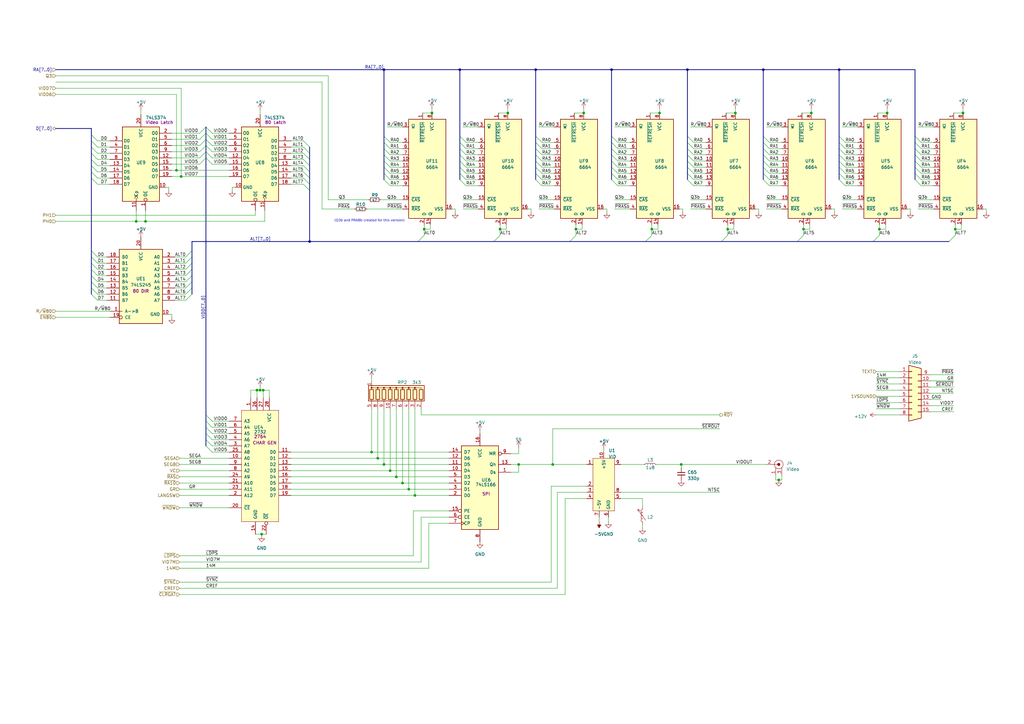
<source format=kicad_sch>
(kicad_sch (version 20230121) (generator eeschema)
  (paper "A3")
  (title_block (title "Video And Aux RAM") (rev "1") (company "bald.ee/bitpreserve") (comment 1 "Apple IIc"))
  (junction (at 165.1 198.12))
  (junction (at 157.48 190.5))
  (junction (at 160.02 193.04))
  (junction (at 157.48 28.575))
  (junction (at 188.595 28.575))
  (junction (at 363.855 46.355))
  (junction (at 107.315 219.075))
  (junction (at 250.825 28.575))
  (junction (at 154.94 187.96))
  (junction (at 127 99.06))
  (junction (at 267.335 93.98))
  (junction (at 298.45 93.98))
  (junction (at 107.95 160.02))
  (junction (at 279.4 190.5))
  (junction (at 236.22 93.98))
  (junction (at 72.39 69.85))
  (junction (at 313.055 28.575))
  (junction (at 59.69 90.805))
  (junction (at 74.295 72.39))
  (junction (at 391.795 93.98))
  (junction (at 170.18 203.2))
  (junction (at 152.4 185.42))
  (junction (at 162.56 195.58))
  (junction (at 212.725 190.5))
  (junction (at 167.64 200.66))
  (junction (at 226.695 190.5))
  (junction (at 281.94 28.575))
  (junction (at 105.41 160.02))
  (junction (at 208.28 46.355))
  (junction (at 219.71 28.575))
  (junction (at 394.97 46.355))
  (junction (at 270.51 46.355))
  (junction (at 319.405 196.85))
  (junction (at 329.565 93.98))
  (junction (at 301.625 46.355))
  (junction (at 205.105 93.98))
  (junction (at 106.68 160.02))
  (junction (at 360.68 93.98))
  (junction (at 55.88 90.805))
  (junction (at 239.395 46.355))
  (junction (at 173.99 93.98))
  (junction (at 344.17 28.575))
  (junction (at 177.165 46.355))
  (junction (at 332.74 46.355))
  (bus_entry (at 250.825 68.58) (size 2.54 2.54))
  (bus_entry (at 344.17 71.12) (size 2.54 2.54))
  (bus_entry (at 124.46 62.865) (size 2.54 2.54))
  (bus_entry (at 219.71 55.88) (size 2.54 2.54))
  (bus_entry (at 37.465 57.785) (size 2.54 2.54))
  (bus_entry (at 281.94 71.12) (size 2.54 2.54))
  (bus_entry (at 188.595 60.96) (size 2.54 2.54))
  (bus_entry (at 344.17 68.58) (size 2.54 2.54))
  (bus_entry (at 188.595 71.12) (size 2.54 2.54))
  (bus_entry (at 37.465 105.41) (size 2.54 2.54))
  (bus_entry (at 84.455 177.8) (size 2.54 2.54))
  (bus_entry (at 313.055 71.12) (size 2.54 2.54))
  (bus_entry (at 250.825 60.96) (size 2.54 2.54))
  (bus_entry (at 250.825 58.42) (size 2.54 2.54))
  (bus_entry (at 375.285 58.42) (size 2.54 2.54))
  (bus_entry (at 157.48 60.96) (size 2.54 2.54))
  (bus_entry (at 37.465 115.57) (size 2.54 2.54))
  (bus_entry (at 219.71 63.5) (size 2.54 2.54))
  (bus_entry (at 188.595 63.5) (size 2.54 2.54))
  (bus_entry (at 219.71 60.96) (size 2.54 2.54))
  (bus_entry (at 157.48 66.04) (size 2.54 2.54))
  (bus_entry (at 37.465 118.11) (size 2.54 2.54))
  (bus_entry (at 313.055 63.5) (size 2.54 2.54))
  (bus_entry (at 81.915 62.23) (size 2.54 -2.54))
  (bus_entry (at 37.465 102.87) (size 2.54 2.54))
  (bus_entry (at 157.48 73.66) (size 2.54 2.54))
  (bus_entry (at 157.48 55.88) (size 2.54 2.54))
  (bus_entry (at 37.465 62.865) (size 2.54 2.54))
  (bus_entry (at 37.465 70.485) (size 2.54 2.54))
  (bus_entry (at 188.595 66.04) (size 2.54 2.54))
  (bus_entry (at 124.46 57.785) (size 2.54 2.54))
  (bus_entry (at 358.14 99.06) (size 2.54 -2.54))
  (bus_entry (at 84.455 59.69) (size 2.54 2.54))
  (bus_entry (at 389.255 99.06) (size 2.54 -2.54))
  (bus_entry (at 188.595 68.58) (size 2.54 2.54))
  (bus_entry (at 76.2 123.19) (size 2.54 -2.54))
  (bus_entry (at 84.455 172.72) (size 2.54 2.54))
  (bus_entry (at 124.46 67.945) (size 2.54 2.54))
  (bus_entry (at 313.055 58.42) (size 2.54 2.54))
  (bus_entry (at 157.48 71.12) (size 2.54 2.54))
  (bus_entry (at 84.455 175.26) (size 2.54 2.54))
  (bus_entry (at 37.465 107.95) (size 2.54 2.54))
  (bus_entry (at 281.94 68.58) (size 2.54 2.54))
  (bus_entry (at 81.915 54.61) (size 2.54 -2.54))
  (bus_entry (at 250.825 66.04) (size 2.54 2.54))
  (bus_entry (at 37.465 113.03) (size 2.54 2.54))
  (bus_entry (at 313.055 55.88) (size 2.54 2.54))
  (bus_entry (at 375.285 71.12) (size 2.54 2.54))
  (bus_entry (at 76.2 107.95) (size 2.54 -2.54))
  (bus_entry (at 188.595 55.88) (size 2.54 2.54))
  (bus_entry (at 219.71 58.42) (size 2.54 2.54))
  (bus_entry (at 157.48 68.58) (size 2.54 2.54))
  (bus_entry (at 219.71 66.04) (size 2.54 2.54))
  (bus_entry (at 37.465 55.245) (size 2.54 2.54))
  (bus_entry (at 344.17 66.04) (size 2.54 2.54))
  (bus_entry (at 281.94 60.96) (size 2.54 2.54))
  (bus_entry (at 37.465 60.325) (size 2.54 2.54))
  (bus_entry (at 157.48 63.5) (size 2.54 2.54))
  (bus_entry (at 81.915 67.31) (size 2.54 -2.54))
  (bus_entry (at 76.2 120.65) (size 2.54 -2.54))
  (bus_entry (at 84.455 62.23) (size 2.54 2.54))
  (bus_entry (at 375.285 63.5) (size 2.54 2.54))
  (bus_entry (at 124.46 70.485) (size 2.54 2.54))
  (bus_entry (at 76.2 110.49) (size 2.54 -2.54))
  (bus_entry (at 37.465 67.945) (size 2.54 2.54))
  (bus_entry (at 327.025 99.06) (size 2.54 -2.54))
  (bus_entry (at 344.17 55.88) (size 2.54 2.54))
  (bus_entry (at 81.915 57.15) (size 2.54 -2.54))
  (bus_entry (at 250.825 63.5) (size 2.54 2.54))
  (bus_entry (at 219.71 68.58) (size 2.54 2.54))
  (bus_entry (at 37.465 65.405) (size 2.54 2.54))
  (bus_entry (at 84.455 180.34) (size 2.54 2.54))
  (bus_entry (at 171.45 99.06) (size 2.54 -2.54))
  (bus_entry (at 76.2 115.57) (size 2.54 -2.54))
  (bus_entry (at 76.2 105.41) (size 2.54 -2.54))
  (bus_entry (at 188.595 73.66) (size 2.54 2.54))
  (bus_entry (at 375.285 73.66) (size 2.54 2.54))
  (bus_entry (at 219.71 73.66) (size 2.54 2.54))
  (bus_entry (at 37.465 110.49) (size 2.54 2.54))
  (bus_entry (at 313.055 60.96) (size 2.54 2.54))
  (bus_entry (at 250.825 55.88) (size 2.54 2.54))
  (bus_entry (at 81.915 59.69) (size 2.54 -2.54))
  (bus_entry (at 157.48 58.42) (size 2.54 2.54))
  (bus_entry (at 124.46 65.405) (size 2.54 2.54))
  (bus_entry (at 37.465 120.65) (size 2.54 2.54))
  (bus_entry (at 84.455 170.18) (size 2.54 2.54))
  (bus_entry (at 250.825 71.12) (size 2.54 2.54))
  (bus_entry (at 250.825 73.66) (size 2.54 2.54))
  (bus_entry (at 344.17 58.42) (size 2.54 2.54))
  (bus_entry (at 375.285 60.96) (size 2.54 2.54))
  (bus_entry (at 344.17 63.5) (size 2.54 2.54))
  (bus_entry (at 295.91 99.06) (size 2.54 -2.54))
  (bus_entry (at 84.455 52.07) (size 2.54 2.54))
  (bus_entry (at 281.94 73.66) (size 2.54 2.54))
  (bus_entry (at 313.055 73.66) (size 2.54 2.54))
  (bus_entry (at 84.455 57.15) (size 2.54 2.54))
  (bus_entry (at 375.285 68.58) (size 2.54 2.54))
  (bus_entry (at 76.2 113.03) (size 2.54 -2.54))
  (bus_entry (at 76.2 118.11) (size 2.54 -2.54))
  (bus_entry (at 202.565 99.06) (size 2.54 -2.54))
  (bus_entry (at 81.915 64.77) (size 2.54 -2.54))
  (bus_entry (at 219.71 71.12) (size 2.54 2.54))
  (bus_entry (at 344.17 60.96) (size 2.54 2.54))
  (bus_entry (at 344.17 73.66) (size 2.54 2.54))
  (bus_entry (at 188.595 58.42) (size 2.54 2.54))
  (bus_entry (at 233.68 99.06) (size 2.54 -2.54))
  (bus_entry (at 124.46 60.325) (size 2.54 2.54))
  (bus_entry (at 313.055 66.04) (size 2.54 2.54))
  (bus_entry (at 86.995 185.42) (size -2.54 -2.54))
  (bus_entry (at 264.795 99.06) (size 2.54 -2.54))
  (bus_entry (at 375.285 66.04) (size 2.54 2.54))
  (bus_entry (at 375.285 55.88) (size 2.54 2.54))
  (bus_entry (at 281.94 55.88) (size 2.54 2.54))
  (bus_entry (at 124.46 75.565) (size 2.54 2.54))
  (bus_entry (at 281.94 58.42) (size 2.54 2.54))
  (bus_entry (at 84.455 54.61) (size 2.54 2.54))
  (bus_entry (at 124.46 73.025) (size 2.54 2.54))
  (bus_entry (at 86.995 67.31) (size -2.54 -2.54))
  (bus_entry (at 281.94 66.04) (size 2.54 2.54))
  (bus_entry (at 313.055 68.58) (size 2.54 2.54))
  (bus_entry (at 281.94 63.5) (size 2.54 2.54))
  (bus_entry (at 37.465 73.025) (size 2.54 2.54))
  (wire (pts (xy 314.325 85.725) (xy 320.675 85.725)))
  (wire (pts (xy 150.495 85.725) (xy 165.1 85.725)))
  (wire (pts (xy 359.41 157.48) (xy 368.935 157.48)))
  (bus (pts (xy 127 70.485) (xy 127 73.025)))
  (wire (pts (xy 169.545 209.55) (xy 169.545 227.965)))
  (bus (pts (xy 37.465 65.405) (xy 37.465 62.865)))
  (wire (pts (xy 311.15 85.725) (xy 311.15 86.995)))
  (wire (pts (xy 106.68 160.02) (xy 107.95 160.02)))
  (bus (pts (xy 78.74 105.41) (xy 78.74 107.95)))
  (bus (pts (xy 157.48 60.96) (xy 157.48 63.5)))
  (wire (pts (xy 315.595 63.5) (xy 320.675 63.5)))
  (bus (pts (xy 127 67.945) (xy 127 70.485)))
  (bus (pts (xy 344.17 28.575) (xy 375.285 28.575)))
  (wire (pts (xy 172.72 212.09) (xy 172.72 230.505)))
  (bus (pts (xy 157.48 63.5) (xy 157.48 66.04)))
  (wire (pts (xy 253.365 71.12) (xy 258.445 71.12)))
  (bus (pts (xy 313.055 71.12) (xy 313.055 73.66)))
  (wire (pts (xy 152.4 154.94) (xy 152.4 156.21)))
  (bus (pts (xy 22.86 28.575) (xy 157.48 28.575)))
  (wire (pts (xy 329.565 93.98) (xy 329.565 92.075)))
  (bus (pts (xy 281.94 55.88) (xy 281.94 58.42)))
  (wire (pts (xy 363.22 92.075) (xy 363.22 93.98)))
  (wire (pts (xy 22.86 90.805) (xy 55.88 90.805)))
  (wire (pts (xy 235.585 46.355) (xy 239.395 46.355)))
  (wire (pts (xy 191.135 71.12) (xy 196.215 71.12)))
  (bus (pts (xy 127 75.565) (xy 127 78.105)))
  (bus (pts (xy 344.17 66.04) (xy 344.17 68.58)))
  (wire (pts (xy 86.995 54.61) (xy 93.98 54.61)))
  (bus (pts (xy 281.94 28.575) (xy 281.94 55.88)))
  (bus (pts (xy 188.595 28.575) (xy 188.595 55.88)))
  (wire (pts (xy 363.22 93.98) (xy 360.68 93.98)))
  (wire (pts (xy 160.02 68.58) (xy 165.1 68.58)))
  (wire (pts (xy 280.035 85.725) (xy 280.035 86.995)))
  (bus (pts (xy 37.465 62.865) (xy 37.465 60.325)))
  (wire (pts (xy 222.25 66.04) (xy 227.33 66.04)))
  (wire (pts (xy 184.15 212.09) (xy 172.72 212.09)))
  (wire (pts (xy 67.945 76.835) (xy 69.215 76.835)))
  (bus (pts (xy 281.94 58.42) (xy 281.94 60.96)))
  (wire (pts (xy 104.775 86.36) (xy 104.775 88.265)))
  (wire (pts (xy 40.005 123.19) (xy 43.815 123.19)))
  (wire (pts (xy 70.485 128.905) (xy 70.485 130.175)))
  (wire (pts (xy 191.135 63.5) (xy 196.215 63.5)))
  (wire (pts (xy 71.755 118.11) (xy 76.2 118.11)))
  (bus (pts (xy 188.595 63.5) (xy 188.595 66.04)))
  (wire (pts (xy 40.005 70.485) (xy 45.085 70.485)))
  (wire (pts (xy 212.725 183.515) (xy 212.725 186.055)))
  (wire (pts (xy 284.48 60.96) (xy 289.56 60.96)))
  (wire (pts (xy 216.535 85.725) (xy 217.805 85.725)))
  (bus (pts (xy 264.795 99.06) (xy 295.91 99.06)))
  (wire (pts (xy 119.38 198.12) (xy 165.1 198.12)))
  (wire (pts (xy 40.005 107.95) (xy 43.815 107.95)))
  (bus (pts (xy 188.595 66.04) (xy 188.595 68.58)))
  (wire (pts (xy 73.66 227.965) (xy 169.545 227.965)))
  (wire (pts (xy 253.365 68.58) (xy 258.445 68.58)))
  (wire (pts (xy 186.69 85.725) (xy 186.69 86.995)))
  (bus (pts (xy 37.465 113.03) (xy 37.465 110.49)))
  (wire (pts (xy 208.28 44.45) (xy 208.28 46.355)))
  (wire (pts (xy 72.39 38.735) (xy 72.39 69.85)))
  (bus (pts (xy 375.285 66.04) (xy 375.285 68.58)))
  (wire (pts (xy 70.485 64.77) (xy 81.915 64.77)))
  (bus (pts (xy 84.455 172.72) (xy 84.455 175.26)))
  (wire (pts (xy 40.005 120.65) (xy 43.815 120.65)))
  (wire (pts (xy 184.15 209.55) (xy 169.545 209.55)))
  (bus (pts (xy 37.465 107.95) (xy 37.465 105.41)))
  (wire (pts (xy 314.325 81.915) (xy 320.675 81.915)))
  (bus (pts (xy 84.455 57.15) (xy 84.455 59.69)))
  (wire (pts (xy 209.55 190.5) (xy 212.725 190.5)))
  (bus (pts (xy 37.465 118.11) (xy 37.465 115.57)))
  (wire (pts (xy 252.095 52.07) (xy 258.445 52.07)))
  (wire (pts (xy 40.005 60.325) (xy 45.085 60.325)))
  (wire (pts (xy 373.38 85.725) (xy 373.38 86.995)))
  (bus (pts (xy 22.86 52.705) (xy 37.465 52.705)))
  (wire (pts (xy 160.02 66.04) (xy 165.1 66.04)))
  (bus (pts (xy 37.465 55.245) (xy 37.465 52.705)))
  (wire (pts (xy 252.095 85.725) (xy 258.445 85.725)))
  (wire (pts (xy 175.895 214.63) (xy 175.895 233.045)))
  (wire (pts (xy 22.86 127.635) (xy 45.085 127.635)))
  (wire (pts (xy 108.585 86.36) (xy 108.585 90.805)))
  (wire (pts (xy 254.635 204.47) (xy 263.525 204.47)))
  (wire (pts (xy 284.48 68.58) (xy 289.56 68.58)))
  (wire (pts (xy 346.71 58.42) (xy 351.79 58.42)))
  (bus (pts (xy 250.825 66.04) (xy 250.825 68.58)))
  (wire (pts (xy 315.595 73.66) (xy 320.675 73.66)))
  (bus (pts (xy 171.45 99.06) (xy 202.565 99.06)))
  (bus (pts (xy 188.595 71.12) (xy 188.595 73.66)))
  (bus (pts (xy 157.48 68.58) (xy 157.48 71.12)))
  (wire (pts (xy 105.41 160.02) (xy 105.41 163.195)))
  (wire (pts (xy 73.66 203.2) (xy 93.98 203.2)))
  (wire (pts (xy 376.555 81.915) (xy 382.905 81.915)))
  (wire (pts (xy 160.02 71.12) (xy 165.1 71.12)))
  (wire (pts (xy 269.875 92.075) (xy 269.875 93.98)))
  (wire (pts (xy 263.525 204.47) (xy 263.525 207.645)))
  (wire (pts (xy 377.825 58.42) (xy 382.905 58.42)))
  (wire (pts (xy 167.64 200.66) (xy 184.15 200.66)))
  (wire (pts (xy 69.215 76.835) (xy 69.215 78.105)))
  (wire (pts (xy 160.02 63.5) (xy 165.1 63.5)))
  (wire (pts (xy 70.485 57.15) (xy 81.915 57.15)))
  (bus (pts (xy 127 73.025) (xy 127 75.565)))
  (wire (pts (xy 73.66 187.96) (xy 93.98 187.96)))
  (wire (pts (xy 70.485 69.85) (xy 72.39 69.85)))
  (wire (pts (xy 345.44 85.725) (xy 351.79 85.725)))
  (wire (pts (xy 270.51 44.45) (xy 270.51 46.355)))
  (wire (pts (xy 86.995 67.31) (xy 93.98 67.31)))
  (wire (pts (xy 381.635 156.21) (xy 391.16 156.21)))
  (wire (pts (xy 71.755 123.19) (xy 76.2 123.19)))
  (wire (pts (xy 269.875 93.98) (xy 267.335 93.98)))
  (wire (pts (xy 394.97 44.45) (xy 394.97 46.355)))
  (wire (pts (xy 249.555 212.09) (xy 249.555 213.995)))
  (wire (pts (xy 226.06 199.39) (xy 226.06 238.76)))
  (wire (pts (xy 191.135 58.42) (xy 196.215 58.42)))
  (wire (pts (xy 377.825 73.66) (xy 382.905 73.66)))
  (wire (pts (xy 170.18 203.2) (xy 184.15 203.2)))
  (wire (pts (xy 40.005 65.405) (xy 45.085 65.405)))
  (wire (pts (xy 231.775 204.47) (xy 240.665 204.47)))
  (wire (pts (xy 74.295 72.39) (xy 74.295 36.195)))
  (wire (pts (xy 119.38 75.565) (xy 124.46 75.565)))
  (bus (pts (xy 84.455 170.18) (xy 84.455 172.72)))
  (bus (pts (xy 78.74 110.49) (xy 78.74 113.03)))
  (wire (pts (xy 301.625 44.45) (xy 301.625 46.355)))
  (bus (pts (xy 219.71 60.96) (xy 219.71 63.5)))
  (bus (pts (xy 250.825 71.12) (xy 250.825 73.66)))
  (wire (pts (xy 73.66 233.045) (xy 175.895 233.045)))
  (bus (pts (xy 250.825 28.575) (xy 250.825 55.88)))
  (wire (pts (xy 217.805 85.725) (xy 217.805 86.995)))
  (wire (pts (xy 185.42 85.725) (xy 186.69 85.725)))
  (wire (pts (xy 102.87 160.02) (xy 105.41 160.02)))
  (bus (pts (xy 313.055 60.96) (xy 313.055 63.5)))
  (wire (pts (xy 376.555 52.07) (xy 382.905 52.07)))
  (wire (pts (xy 220.98 85.725) (xy 227.33 85.725)))
  (bus (pts (xy 127 99.06) (xy 171.45 99.06)))
  (wire (pts (xy 207.645 92.075) (xy 207.645 93.98)))
  (bus (pts (xy 250.825 58.42) (xy 250.825 60.96)))
  (wire (pts (xy 284.48 63.5) (xy 289.56 63.5)))
  (bus (pts (xy 313.055 55.88) (xy 313.055 58.42)))
  (wire (pts (xy 359.41 167.64) (xy 368.935 167.64)))
  (wire (pts (xy 22.86 33.655) (xy 132.08 33.655)))
  (wire (pts (xy 86.995 62.23) (xy 93.98 62.23)))
  (wire (pts (xy 119.38 65.405) (xy 124.46 65.405)))
  (wire (pts (xy 86.995 177.8) (xy 93.98 177.8)))
  (wire (pts (xy 189.865 52.07) (xy 196.215 52.07)))
  (wire (pts (xy 359.41 154.94) (xy 368.935 154.94)))
  (wire (pts (xy 220.98 52.07) (xy 227.33 52.07)))
  (bus (pts (xy 37.465 60.325) (xy 37.465 57.785)))
  (wire (pts (xy 279.4 190.5) (xy 279.4 191.77)))
  (bus (pts (xy 78.74 115.57) (xy 78.74 118.11)))
  (wire (pts (xy 314.325 52.07) (xy 320.675 52.07)))
  (wire (pts (xy 86.995 182.88) (xy 93.98 182.88)))
  (wire (pts (xy 176.53 93.98) (xy 173.99 93.98)))
  (wire (pts (xy 86.995 180.34) (xy 93.98 180.34)))
  (wire (pts (xy 254.635 201.93) (xy 295.275 201.93)))
  (wire (pts (xy 71.755 105.41) (xy 76.2 105.41)))
  (wire (pts (xy 320.675 196.85) (xy 319.405 196.85)))
  (wire (pts (xy 160.02 193.04) (xy 184.15 193.04)))
  (wire (pts (xy 107.95 160.02) (xy 110.49 160.02)))
  (bus (pts (xy 37.465 57.785) (xy 37.465 55.245)))
  (bus (pts (xy 84.455 175.26) (xy 84.455 177.8)))
  (wire (pts (xy 191.135 66.04) (xy 196.215 66.04)))
  (wire (pts (xy 106.68 158.75) (xy 106.68 160.02)))
  (wire (pts (xy 212.725 193.675) (xy 212.725 190.5)))
  (wire (pts (xy 73.66 230.505) (xy 172.72 230.505)))
  (wire (pts (xy 154.94 167.64) (xy 154.94 187.96)))
  (wire (pts (xy 172.72 170.18) (xy 295.275 170.18)))
  (wire (pts (xy 381.635 153.67) (xy 391.16 153.67)))
  (wire (pts (xy 247.65 184.15) (xy 247.65 185.42)))
  (bus (pts (xy 375.285 55.88) (xy 375.285 58.42)))
  (wire (pts (xy 73.66 198.12) (xy 93.98 198.12)))
  (wire (pts (xy 191.135 68.58) (xy 196.215 68.58)))
  (wire (pts (xy 162.56 195.58) (xy 184.15 195.58)))
  (wire (pts (xy 73.66 243.84) (xy 231.775 243.84)))
  (wire (pts (xy 298.45 93.98) (xy 298.45 96.52)))
  (wire (pts (xy 226.06 199.39) (xy 240.665 199.39)))
  (bus (pts (xy 344.17 58.42) (xy 344.17 60.96)))
  (bus (pts (xy 344.17 28.575) (xy 344.17 55.88)))
  (wire (pts (xy 226.695 190.5) (xy 226.695 175.895)))
  (wire (pts (xy 55.88 86.36) (xy 55.88 90.805)))
  (wire (pts (xy 40.005 57.785) (xy 45.085 57.785)))
  (bus (pts (xy 295.91 99.06) (xy 327.025 99.06)))
  (wire (pts (xy 160.02 73.66) (xy 165.1 73.66)))
  (wire (pts (xy 222.25 76.2) (xy 227.33 76.2)))
  (wire (pts (xy 157.48 190.5) (xy 184.15 190.5)))
  (bus (pts (xy 313.055 28.575) (xy 313.055 55.88)))
  (wire (pts (xy 157.48 167.64) (xy 157.48 190.5)))
  (bus (pts (xy 375.285 28.575) (xy 375.285 55.88)))
  (wire (pts (xy 86.995 57.15) (xy 93.98 57.15)))
  (wire (pts (xy 345.44 81.915) (xy 351.79 81.915)))
  (bus (pts (xy 281.94 60.96) (xy 281.94 63.5)))
  (wire (pts (xy 309.88 85.725) (xy 311.15 85.725)))
  (wire (pts (xy 332.105 93.98) (xy 329.565 93.98)))
  (bus (pts (xy 375.285 71.12) (xy 375.285 73.66)))
  (wire (pts (xy 40.005 73.025) (xy 45.085 73.025)))
  (wire (pts (xy 283.21 52.07) (xy 289.56 52.07)))
  (wire (pts (xy 209.55 186.055) (xy 212.725 186.055)))
  (wire (pts (xy 73.66 195.58) (xy 93.98 195.58)))
  (wire (pts (xy 226.695 175.895) (xy 295.275 175.895)))
  (wire (pts (xy 248.92 85.725) (xy 248.92 86.995)))
  (bus (pts (xy 188.595 68.58) (xy 188.595 71.12)))
  (bus (pts (xy 188.595 55.88) (xy 188.595 58.42)))
  (bus (pts (xy 219.71 58.42) (xy 219.71 60.96)))
  (wire (pts (xy 253.365 73.66) (xy 258.445 73.66)))
  (bus (pts (xy 157.48 55.88) (xy 157.48 58.42)))
  (wire (pts (xy 22.86 31.115) (xy 134.62 31.115)))
  (wire (pts (xy 345.44 52.07) (xy 351.79 52.07)))
  (bus (pts (xy 281.94 68.58) (xy 281.94 71.12)))
  (wire (pts (xy 162.56 167.64) (xy 162.56 195.58)))
  (bus (pts (xy 219.71 28.575) (xy 219.71 55.88)))
  (wire (pts (xy 346.71 73.66) (xy 351.79 73.66)))
  (wire (pts (xy 86.995 185.42) (xy 93.98 185.42)))
  (bus (pts (xy 37.465 105.41) (xy 37.465 102.87)))
  (wire (pts (xy 236.22 93.98) (xy 236.22 92.075)))
  (wire (pts (xy 377.825 76.2) (xy 382.905 76.2)))
  (wire (pts (xy 394.335 92.075) (xy 394.335 93.98)))
  (bus (pts (xy 127 62.865) (xy 127 65.405)))
  (wire (pts (xy 70.485 54.61) (xy 81.915 54.61)))
  (bus (pts (xy 219.71 71.12) (xy 219.71 73.66)))
  (bus (pts (xy 344.17 60.96) (xy 344.17 63.5)))
  (bus (pts (xy 219.71 55.88) (xy 219.71 58.42)))
  (bus (pts (xy 375.285 63.5) (xy 375.285 66.04)))
  (bus (pts (xy 375.285 68.58) (xy 375.285 71.12)))
  (wire (pts (xy 391.16 46.355) (xy 394.97 46.355)))
  (wire (pts (xy 284.48 58.42) (xy 289.56 58.42)))
  (wire (pts (xy 119.38 60.325) (xy 124.46 60.325)))
  (wire (pts (xy 222.25 68.58) (xy 227.33 68.58)))
  (wire (pts (xy 359.41 162.56) (xy 368.935 162.56)))
  (wire (pts (xy 372.11 85.725) (xy 373.38 85.725)))
  (wire (pts (xy 119.38 190.5) (xy 157.48 190.5)))
  (wire (pts (xy 132.08 33.655) (xy 132.08 85.725)))
  (wire (pts (xy 377.825 71.12) (xy 382.905 71.12)))
  (bus (pts (xy 250.825 28.575) (xy 281.94 28.575)))
  (wire (pts (xy 119.38 73.025) (xy 124.46 73.025)))
  (wire (pts (xy 70.485 62.23) (xy 81.915 62.23)))
  (bus (pts (xy 127 78.105) (xy 127 99.06)))
  (wire (pts (xy 283.21 85.725) (xy 289.56 85.725)))
  (wire (pts (xy 73.66 200.66) (xy 93.98 200.66)))
  (wire (pts (xy 74.295 72.39) (xy 93.98 72.39)))
  (wire (pts (xy 107.315 219.075) (xy 109.22 219.075)))
  (bus (pts (xy 188.595 58.42) (xy 188.595 60.96)))
  (bus (pts (xy 281.94 66.04) (xy 281.94 68.58)))
  (wire (pts (xy 177.165 44.45) (xy 177.165 46.355)))
  (bus (pts (xy 281.94 71.12) (xy 281.94 73.66)))
  (wire (pts (xy 253.365 66.04) (xy 258.445 66.04)))
  (wire (pts (xy 104.775 219.075) (xy 107.315 219.075)))
  (wire (pts (xy 269.24 190.5) (xy 279.4 190.5)))
  (wire (pts (xy 173.355 46.355) (xy 177.165 46.355)))
  (wire (pts (xy 69.215 128.905) (xy 70.485 128.905)))
  (wire (pts (xy 95.25 76.835) (xy 95.25 78.105)))
  (wire (pts (xy 59.69 90.805) (xy 108.585 90.805)))
  (wire (pts (xy 228.6 201.93) (xy 240.665 201.93)))
  (wire (pts (xy 191.135 60.96) (xy 196.215 60.96)))
  (wire (pts (xy 332.74 44.45) (xy 332.74 46.355)))
  (wire (pts (xy 71.755 107.95) (xy 76.2 107.95)))
  (wire (pts (xy 297.815 46.355) (xy 301.625 46.355)))
  (wire (pts (xy 284.48 76.2) (xy 289.56 76.2)))
  (bus (pts (xy 84.455 52.07) (xy 84.455 54.61)))
  (wire (pts (xy 40.005 105.41) (xy 43.815 105.41)))
  (bus (pts (xy 250.825 68.58) (xy 250.825 71.12)))
  (wire (pts (xy 328.93 46.355) (xy 332.74 46.355)))
  (wire (pts (xy 191.135 76.2) (xy 196.215 76.2)))
  (wire (pts (xy 381.635 161.29) (xy 391.16 161.29)))
  (bus (pts (xy 313.055 63.5) (xy 313.055 66.04)))
  (wire (pts (xy 86.995 59.69) (xy 93.98 59.69)))
  (wire (pts (xy 284.48 66.04) (xy 289.56 66.04)))
  (wire (pts (xy 239.395 44.45) (xy 239.395 46.355)))
  (bus (pts (xy 37.465 73.025) (xy 37.465 70.485)))
  (bus (pts (xy 37.465 70.485) (xy 37.465 67.945)))
  (wire (pts (xy 394.335 93.98) (xy 391.795 93.98)))
  (wire (pts (xy 381.635 163.83) (xy 386.08 163.83)))
  (wire (pts (xy 220.98 81.915) (xy 227.33 81.915)))
  (wire (pts (xy 189.865 85.725) (xy 196.215 85.725)))
  (wire (pts (xy 154.94 187.96) (xy 184.15 187.96)))
  (wire (pts (xy 119.38 62.865) (xy 124.46 62.865)))
  (wire (pts (xy 152.4 167.64) (xy 152.4 185.42)))
  (wire (pts (xy 377.825 66.04) (xy 382.905 66.04)))
  (wire (pts (xy 253.365 76.2) (xy 258.445 76.2)))
  (wire (pts (xy 173.99 93.98) (xy 173.99 92.075)))
  (wire (pts (xy 22.86 130.175) (xy 45.085 130.175)))
  (bus (pts (xy 188.595 60.96) (xy 188.595 63.5)))
  (wire (pts (xy 267.335 93.98) (xy 267.335 92.075)))
  (wire (pts (xy 284.48 71.12) (xy 289.56 71.12)))
  (bus (pts (xy 127 60.325) (xy 127 62.865)))
  (wire (pts (xy 158.75 52.07) (xy 165.1 52.07)))
  (wire (pts (xy 238.76 93.98) (xy 236.22 93.98)))
  (wire (pts (xy 156.21 81.915) (xy 165.1 81.915)))
  (wire (pts (xy 170.18 167.64) (xy 170.18 203.2)))
  (wire (pts (xy 205.105 93.98) (xy 205.105 92.075)))
  (wire (pts (xy 360.045 46.355) (xy 363.855 46.355)))
  (bus (pts (xy 37.465 102.87) (xy 37.465 73.025)))
  (wire (pts (xy 71.755 110.49) (xy 76.2 110.49)))
  (wire (pts (xy 315.595 68.58) (xy 320.675 68.58)))
  (wire (pts (xy 346.71 68.58) (xy 351.79 68.58)))
  (wire (pts (xy 391.795 93.98) (xy 391.795 92.075)))
  (wire (pts (xy 346.71 60.96) (xy 351.79 60.96)))
  (bus (pts (xy 84.455 177.8) (xy 84.455 180.34)))
  (wire (pts (xy 119.38 67.945) (xy 124.46 67.945)))
  (bus (pts (xy 358.14 99.06) (xy 389.255 99.06)))
  (wire (pts (xy 279.4 190.5) (xy 314.325 190.5)))
  (wire (pts (xy 245.745 212.09) (xy 245.745 213.995)))
  (wire (pts (xy 119.38 57.785) (xy 124.46 57.785)))
  (bus (pts (xy 157.48 28.575) (xy 188.595 28.575)))
  (wire (pts (xy 253.365 58.42) (xy 258.445 58.42)))
  (wire (pts (xy 132.08 85.725) (xy 145.415 85.725)))
  (bus (pts (xy 219.71 28.575) (xy 250.825 28.575)))
  (bus (pts (xy 281.94 28.575) (xy 313.055 28.575)))
  (bus (pts (xy 157.48 66.04) (xy 157.48 68.58)))
  (wire (pts (xy 160.02 60.96) (xy 165.1 60.96)))
  (wire (pts (xy 346.71 66.04) (xy 351.79 66.04)))
  (wire (pts (xy 22.86 36.195) (xy 74.295 36.195)))
  (wire (pts (xy 376.555 85.725) (xy 382.905 85.725)))
  (wire (pts (xy 377.825 68.58) (xy 382.905 68.58)))
  (wire (pts (xy 40.005 113.03) (xy 43.815 113.03)))
  (bus (pts (xy 250.825 60.96) (xy 250.825 63.5)))
  (bus (pts (xy 37.465 67.945) (xy 37.465 65.405)))
  (wire (pts (xy 252.095 81.915) (xy 258.445 81.915)))
  (wire (pts (xy 55.88 90.805) (xy 59.69 90.805)))
  (wire (pts (xy 205.105 93.98) (xy 205.105 96.52)))
  (wire (pts (xy 165.1 198.12) (xy 184.15 198.12)))
  (bus (pts (xy 281.94 63.5) (xy 281.94 66.04)))
  (wire (pts (xy 342.265 85.725) (xy 342.265 86.995)))
  (wire (pts (xy 152.4 185.42) (xy 184.15 185.42)))
  (wire (pts (xy 119.38 195.58) (xy 162.56 195.58)))
  (bus (pts (xy 127 65.405) (xy 127 67.945)))
  (wire (pts (xy 167.64 167.64) (xy 167.64 200.66)))
  (wire (pts (xy 381.635 158.75) (xy 391.16 158.75)))
  (wire (pts (xy 57.785 45.085) (xy 57.785 46.99)))
  (wire (pts (xy 381.635 168.91) (xy 391.16 168.91)))
  (wire (pts (xy 96.52 76.835) (xy 95.25 76.835)))
  (wire (pts (xy 134.62 31.115) (xy 134.62 81.915)))
  (wire (pts (xy 278.765 85.725) (xy 280.035 85.725)))
  (wire (pts (xy 377.825 60.96) (xy 382.905 60.96)))
  (wire (pts (xy 403.225 85.725) (xy 404.495 85.725)))
  (bus (pts (xy 78.74 113.03) (xy 78.74 115.57)))
  (wire (pts (xy 73.66 190.5) (xy 93.98 190.5)))
  (wire (pts (xy 71.755 113.03) (xy 76.2 113.03)))
  (wire (pts (xy 363.855 44.45) (xy 363.855 46.355)))
  (bus (pts (xy 375.285 60.96) (xy 375.285 63.5)))
  (bus (pts (xy 37.465 120.65) (xy 37.465 118.11)))
  (bus (pts (xy 313.055 68.58) (xy 313.055 71.12)))
  (bus (pts (xy 37.465 110.49) (xy 37.465 107.95)))
  (wire (pts (xy 359.41 152.4) (xy 368.935 152.4)))
  (bus (pts (xy 84.455 59.69) (xy 84.455 62.23)))
  (wire (pts (xy 315.595 71.12) (xy 320.675 71.12)))
  (wire (pts (xy 119.38 193.04) (xy 160.02 193.04)))
  (wire (pts (xy 40.005 110.49) (xy 43.815 110.49)))
  (wire (pts (xy 59.69 86.36) (xy 59.69 90.805)))
  (bus (pts (xy 344.17 68.58) (xy 344.17 71.12)))
  (wire (pts (xy 72.39 69.85) (xy 93.98 69.85)))
  (wire (pts (xy 209.55 193.675) (xy 212.725 193.675)))
  (wire (pts (xy 253.365 60.96) (xy 258.445 60.96)))
  (bus (pts (xy 78.74 118.11) (xy 78.74 120.65)))
  (bus (pts (xy 84.455 64.77) (xy 84.455 170.18)))
  (wire (pts (xy 283.21 81.915) (xy 289.56 81.915)))
  (wire (pts (xy 40.005 115.57) (xy 43.815 115.57)))
  (bus (pts (xy 78.74 107.95) (xy 78.74 110.49)))
  (bus (pts (xy 344.17 55.88) (xy 344.17 58.42)))
  (wire (pts (xy 253.365 63.5) (xy 258.445 63.5)))
  (wire (pts (xy 222.25 73.66) (xy 227.33 73.66)))
  (bus (pts (xy 327.025 99.06) (xy 358.14 99.06)))
  (wire (pts (xy 298.45 93.98) (xy 298.45 92.075)))
  (bus (pts (xy 250.825 63.5) (xy 250.825 66.04)))
  (wire (pts (xy 119.38 187.96) (xy 154.94 187.96)))
  (wire (pts (xy 247.65 85.725) (xy 248.92 85.725)))
  (wire (pts (xy 346.71 71.12) (xy 351.79 71.12)))
  (wire (pts (xy 70.485 72.39) (xy 74.295 72.39)))
  (wire (pts (xy 315.595 58.42) (xy 320.675 58.42)))
  (wire (pts (xy 70.485 67.31) (xy 81.915 67.31)))
  (wire (pts (xy 226.695 190.5) (xy 240.665 190.5)))
  (bus (pts (xy 344.17 63.5) (xy 344.17 66.04)))
  (wire (pts (xy 40.005 62.865) (xy 45.085 62.865)))
  (wire (pts (xy 119.38 70.485) (xy 124.46 70.485)))
  (wire (pts (xy 40.005 118.11) (xy 43.815 118.11)))
  (wire (pts (xy 222.25 71.12) (xy 227.33 71.12)))
  (wire (pts (xy 207.645 93.98) (xy 205.105 93.98)))
  (wire (pts (xy 173.99 93.98) (xy 173.99 96.52)))
  (wire (pts (xy 86.995 64.77) (xy 93.98 64.77)))
  (wire (pts (xy 110.49 160.02) (xy 110.49 163.195)))
  (bus (pts (xy 313.055 66.04) (xy 313.055 68.58)))
  (wire (pts (xy 315.595 66.04) (xy 320.675 66.04)))
  (wire (pts (xy 254.635 190.5) (xy 264.16 190.5)))
  (bus (pts (xy 219.71 63.5) (xy 219.71 66.04)))
  (bus (pts (xy 84.455 62.23) (xy 84.455 64.77)))
  (bus (pts (xy 84.455 54.61) (xy 84.455 57.15)))
  (wire (pts (xy 238.76 92.075) (xy 238.76 93.98)))
  (wire (pts (xy 318.135 194.945) (xy 318.135 196.85)))
  (bus (pts (xy 157.48 58.42) (xy 157.48 60.96)))
  (wire (pts (xy 71.755 115.57) (xy 76.2 115.57)))
  (wire (pts (xy 160.02 58.42) (xy 165.1 58.42)))
  (wire (pts (xy 107.315 219.075) (xy 107.315 219.71)))
  (wire (pts (xy 263.525 215.265) (xy 263.525 216.535)))
  (wire (pts (xy 71.755 120.65) (xy 76.2 120.65)))
  (bus (pts (xy 188.595 28.575) (xy 219.71 28.575)))
  (wire (pts (xy 105.41 160.02) (xy 106.68 160.02)))
  (bus (pts (xy 219.71 66.04) (xy 219.71 68.58)))
  (wire (pts (xy 284.48 73.66) (xy 289.56 73.66)))
  (wire (pts (xy 204.47 46.355) (xy 208.28 46.355)))
  (wire (pts (xy 359.41 160.02) (xy 368.935 160.02)))
  (wire (pts (xy 86.995 172.72) (xy 93.98 172.72)))
  (wire (pts (xy 22.86 38.735) (xy 72.39 38.735)))
  (wire (pts (xy 73.66 193.04) (xy 93.98 193.04)))
  (wire (pts (xy 160.02 76.2) (xy 165.1 76.2)))
  (wire (pts (xy 119.38 203.2) (xy 170.18 203.2)))
  (bus (pts (xy 127 99.06) (xy 78.74 99.06)))
  (wire (pts (xy 231.775 243.84) (xy 231.775 204.47)))
  (wire (pts (xy 22.86 88.265) (xy 104.775 88.265)))
  (wire (pts (xy 165.1 167.64) (xy 165.1 198.12)))
  (wire (pts (xy 184.15 214.63) (xy 175.895 214.63)))
  (bus (pts (xy 157.48 28.575) (xy 157.48 55.88)))
  (wire (pts (xy 222.25 60.96) (xy 227.33 60.96)))
  (wire (pts (xy 267.335 93.98) (xy 267.335 96.52)))
  (wire (pts (xy 360.68 93.98) (xy 360.68 92.075)))
  (bus (pts (xy 233.68 99.06) (xy 264.795 99.06)))
  (wire (pts (xy 176.53 92.075) (xy 176.53 93.98)))
  (wire (pts (xy 70.485 59.69) (xy 81.915 59.69)))
  (bus (pts (xy 344.17 71.12) (xy 344.17 73.66)))
  (wire (pts (xy 228.6 201.93) (xy 228.6 241.3)))
  (wire (pts (xy 73.66 238.76) (xy 226.06 238.76)))
  (wire (pts (xy 222.25 63.5) (xy 227.33 63.5)))
  (wire (pts (xy 359.41 170.18) (xy 368.935 170.18)))
  (wire (pts (xy 119.38 185.42) (xy 152.4 185.42)))
  (wire (pts (xy 377.825 63.5) (xy 382.905 63.5)))
  (wire (pts (xy 340.995 85.725) (xy 342.265 85.725)))
  (wire (pts (xy 119.38 200.66) (xy 167.64 200.66)))
  (bus (pts (xy 313.055 28.575) (xy 344.17 28.575)))
  (wire (pts (xy 134.62 81.915) (xy 151.13 81.915)))
  (bus (pts (xy 84.455 180.34) (xy 84.455 182.88)))
  (wire (pts (xy 391.795 93.98) (xy 391.795 96.52)))
  (wire (pts (xy 266.7 46.355) (xy 270.51 46.355)))
  (wire (pts (xy 332.105 92.075) (xy 332.105 93.98)))
  (wire (pts (xy 102.87 160.02) (xy 102.87 163.195)))
  (wire (pts (xy 107.95 160.02) (xy 107.95 163.195)))
  (wire (pts (xy 300.99 92.075) (xy 300.99 93.98)))
  (bus (pts (xy 219.71 68.58) (xy 219.71 71.12)))
  (wire (pts (xy 315.595 60.96) (xy 320.675 60.96)))
  (bus (pts (xy 202.565 99.06) (xy 233.68 99.06)))
  (wire (pts (xy 318.135 196.85) (xy 319.405 196.85)))
  (bus (pts (xy 250.825 55.88) (xy 250.825 58.42)))
  (wire (pts (xy 315.595 76.2) (xy 320.675 76.2)))
  (wire (pts (xy 404.495 85.725) (xy 404.495 86.995)))
  (bus (pts (xy 375.285 58.42) (xy 375.285 60.96)))
  (wire (pts (xy 320.675 194.945) (xy 320.675 196.85)))
  (wire (pts (xy 73.66 241.3) (xy 228.6 241.3)))
  (wire (pts (xy 86.995 175.26) (xy 93.98 175.26)))
  (bus (pts (xy 78.74 99.06) (xy 78.74 102.87)))
  (bus (pts (xy 78.74 102.87) (xy 78.74 105.41)))
  (wire (pts (xy 222.25 58.42) (xy 227.33 58.42)))
  (wire (pts (xy 346.71 63.5) (xy 351.79 63.5)))
  (wire (pts (xy 160.02 167.64) (xy 160.02 193.04)))
  (wire (pts (xy 40.005 67.945) (xy 45.085 67.945)))
  (wire (pts (xy 212.725 190.5) (xy 226.695 190.5)))
  (wire (pts (xy 360.68 93.98) (xy 360.68 96.52)))
  (wire (pts (xy 329.565 93.98) (xy 329.565 96.52)))
  (wire (pts (xy 40.005 75.565) (xy 45.085 75.565)))
  (wire (pts (xy 196.85 176.53) (xy 196.85 177.8)))
  (wire (pts (xy 189.865 81.915) (xy 196.215 81.915)))
  (wire (pts (xy 346.71 76.2) (xy 351.79 76.2)))
  (bus (pts (xy 313.055 58.42) (xy 313.055 60.96)))
  (wire (pts (xy 172.72 170.18) (xy 172.72 167.64)))
  (wire (pts (xy 106.68 45.085) (xy 106.68 46.99)))
  (wire (pts (xy 236.22 93.98) (xy 236.22 96.52)))
  (wire (pts (xy 300.99 93.98) (xy 298.45 93.98)))
  (bus (pts (xy 157.48 71.12) (xy 157.48 73.66)))
  (wire (pts (xy 191.135 73.66) (xy 196.215 73.66)))
  (wire (pts (xy 73.66 208.28) (xy 93.98 208.28)))
  (bus (pts (xy 37.465 115.57) (xy 37.465 113.03)))
  (wire (pts (xy 359.41 165.1) (xy 368.935 165.1)))
  (wire (pts (xy 381.635 166.37) (xy 391.16 166.37)))
  (text "(Q3b and PRABb created for this version)" (at 137.16 91.44 0) (effects (font (size 1 1)) (justify left bottom)))
  (label "~{PRASb}" (at 189.865 85.725 0))
  (label "R{slash}~{W}80" (at 252.095 52.07 0))
  (label "RA6" (at 222.25 73.66 0))
  (label "VIDD7" (at 81.28 72.39 180))
  (label "ALT1" (at 205.105 96.52 0))
  (label "R{slash}~{W}80" (at 220.98 52.07 0))
  (label "RA6" (at 377.825 73.66 0))
  (label "VIDD4" (at 81.28 64.77 180))
  (label "RA7" (at 191.135 76.2 0))
  (label "VIDD4" (at 87.63 182.88 0))
  (label "RA2" (at 160.02 63.5 0))
  (label "RA4" (at 284.48 68.58 0))
  (label "~{SEROUT}" (at 391.16 158.75 180))
  (label "GND" (at 386.08 163.83 180))
  (label "~{PRASb}" (at 252.095 85.725 0))
  (label "VIDD5" (at 87.63 67.31 0))
  (label "VIDD2" (at 81.28 59.69 180))
  (label "VIDD6" (at 81.28 69.85 180))
  (label "RA2" (at 253.365 63.5 0))
  (label "R{slash}~{W}80" (at 38.735 127.635 0))
  (label "R{slash}~{W}80" (at 376.555 52.07 0))
  (label "VIDD1" (at 87.63 57.15 0))
  (label "~{PRAS}" (at 143.51 85.725 180))
  (label "D2" (at 41.275 62.865 0))
  (label "RA4" (at 160.02 68.58 0))
  (label "R{slash}~{W}80" (at 314.325 52.07 0))
  (label "ALT0" (at 124.46 57.785 180))
  (label "R{slash}~{W}80" (at 345.44 52.07 0))
  (label "~{PRASb}" (at 345.44 85.725 0))
  (label "D7" (at 41.275 75.565 0))
  (label "RA6" (at 253.365 73.66 0))
  (label "RA6" (at 346.71 73.66 0))
  (label "ALT7" (at 391.795 96.52 0))
  (label "RA0" (at 191.135 58.42 0))
  (label "VIDD3" (at 81.28 62.23 180))
  (label "VIDD5" (at 81.28 67.31 180))
  (label "RA3" (at 346.71 66.04 0))
  (label "~{PRASb}" (at 376.555 85.725 0))
  (label "VIDD[7..0]" (at 84.455 130.81 90))
  (label "ALT1" (at 76.2 107.95 180))
  (label "GR" (at 77.47 200.66 0))
  (label "D1" (at 40.005 107.95 0))
  (label "RA3" (at 377.825 66.04 0))
  (label "RA4" (at 377.825 68.58 0))
  (label "RA5" (at 191.135 71.12 0))
  (label "VIDD0" (at 87.63 54.61 0))
  (label "ALT5" (at 329.565 96.52 0))
  (label "RA6" (at 315.595 73.66 0))
  (label "VIDD2" (at 87.63 177.8 0))
  (label "RA5" (at 284.48 71.12 0))
  (label "ALT6" (at 124.46 73.025 180))
  (label "D6" (at 40.005 120.65 0))
  (label "~{LDPS}" (at 359.41 165.1 0))
  (label "RA1" (at 284.48 60.96 0))
  (label "14M" (at 359.41 154.94 0))
  (label "ALT1" (at 124.46 60.325 180))
  (label "ALT2" (at 236.22 96.52 0))
  (label "ALT6" (at 76.2 120.65 180))
  (label "RA1" (at 222.25 60.96 0))
  (label "RA1" (at 191.135 60.96 0))
  (label "VIDD2" (at 87.63 59.69 0))
  (label "D4" (at 40.005 115.57 0))
  (label "RA3" (at 222.25 66.04 0))
  (label "RA0" (at 346.71 58.42 0))
  (label "NTSC" (at 391.16 161.29 180))
  (label "VIDD3" (at 87.63 62.23 0))
  (label "Q3b" (at 283.21 81.915 0))
  (label "RA1" (at 160.02 60.96 0))
  (label "ALT0" (at 173.99 96.52 0))
  (label "RA6" (at 284.48 73.66 0))
  (label "ALT3" (at 124.46 65.405 180))
  (label "RA1" (at 253.365 60.96 0))
  (label "RA2" (at 222.25 63.5 0))
  (label "RA3" (at 253.365 66.04 0))
  (label "Q3b" (at 189.865 81.915 0))
  (label "VID7M" (at 84.455 230.505 0))
  (label "D0" (at 40.005 105.41 0))
  (label "RA2" (at 377.825 63.5 0))
  (label "Q3" (at 141.605 81.915 180))
  (label "VIDD7" (at 391.16 166.37 180))
  (label "D2" (at 40.005 110.49 0))
  (label "RA4" (at 191.135 68.58 0))
  (label "RA0" (at 160.02 58.42 0))
  (label "SEGB" (at 359.41 160.02 0))
  (label "RA5" (at 222.25 71.12 0))
  (label "NTSC" (at 295.275 201.93 180))
  (label "RA5" (at 346.71 71.12 0))
  (label "RA7" (at 160.02 76.2 0))
  (label "~{PRASb}" (at 220.98 85.725 0))
  (label "~{PRASb}" (at 314.325 85.725 0))
  (label "RA4" (at 346.71 68.58 0))
  (label "RA2" (at 346.71 63.5 0))
  (label "Q3b" (at 314.325 81.915 0))
  (label "RA[7..0]" (at 157.48 28.575 180))
  (label "ALT3" (at 267.335 96.52 0))
  (label "RA3" (at 160.02 66.04 0))
  (label "ALT6" (at 360.68 96.52 0))
  (label "RA6" (at 160.02 73.66 0))
  (label "Q3b" (at 158.75 81.915 0))
  (label "RA6" (at 191.135 73.66 0))
  (label "ALT7" (at 76.2 123.19 180))
  (label "ALT5" (at 124.46 70.485 180))
  (label "~{SYNC}" (at 359.41 157.48 0))
  (label "RA5" (at 315.595 71.12 0))
  (label "RA5" (at 253.365 71.12 0))
  (label "~{PRAS}" (at 391.16 153.67 180))
  (label "R{slash}~{W}80" (at 158.75 52.07 0))
  (label "RA5" (at 160.02 71.12 0))
  (label "RA7" (at 222.25 76.2 0))
  (label "RA4" (at 315.595 68.58 0))
  (label "ALT0" (at 76.2 105.41 180))
  (label "D5" (at 40.005 118.11 0))
  (label "CREF" (at 84.455 241.3 0))
  (label "D1" (at 41.275 60.325 0))
  (label "GR" (at 391.16 156.21 180))
  (label "RA2" (at 284.48 63.5 0))
  (label "VIDD4" (at 87.63 64.77 0))
  (label "ALT2" (at 124.46 62.865 180))
  (label "ALT3" (at 76.2 113.03 180))
  (label "~{LDPS}" (at 84.455 227.965 0))
  (label "SEGB" (at 77.47 190.5 0))
  (label "RA7" (at 253.365 76.2 0))
  (label "D3" (at 41.275 65.405 0))
  (label "R{slash}~{W}80" (at 189.865 52.07 0))
  (label "VIDD0" (at 87.63 172.72 0))
  (label "D0" (at 41.275 57.785 0))
  (label "RA2" (at 315.595 63.5 0))
  (label "VIDD0" (at 81.28 54.61 180))
  (label "RA0" (at 284.48 58.42 0))
  (label "RA1" (at 377.825 60.96 0))
  (label "R{slash}~{W}80" (at 283.21 52.07 0))
  (label "VIDD1" (at 81.28 57.15 180))
  (label "ALT[7..0]" (at 111.125 99.06 180))
  (label "~{SYNC}" (at 84.455 238.76 0))
  (label "14M" (at 84.455 233.045 0))
  (label "Q3b" (at 220.98 81.915 0))
  (label "RA4" (at 253.365 68.58 0))
  (label "RA1" (at 346.71 60.96 0))
  (label "ALT7" (at 124.46 75.565 180))
  (label "RA4" (at 222.25 68.58 0))
  (label "D3" (at 40.005 113.03 0))
  (label "RA2" (at 191.135 63.5 0))
  (label "ALT4" (at 124.46 67.945 180))
  (label "Q3b" (at 376.555 81.915 0))
  (label "VIDD1" (at 87.63 175.26 0))
  (label "ALT5" (at 76.2 118.11 180))
  (label "CREF" (at 391.16 168.91 180))
  (label "D7" (at 40.005 123.19 0))
  (label "~{PRASb}" (at 158.75 85.725 0))
  (label "VIDD5" (at 87.63 185.42 0))
  (label "RA7" (at 377.825 76.2 0))
  (label "RA7" (at 346.71 76.2 0))
  (label "~{WNDW}" (at 359.41 167.64 0))
  (label "RA0" (at 253.365 58.42 0))
  (label "Q3b" (at 345.44 81.915 0))
  (label "SEGA" (at 77.47 187.96 0))
  (label "RA0" (at 315.595 58.42 0))
  (label "RA0" (at 222.25 58.42 0))
  (label "RA3" (at 284.48 66.04 0))
  (label "D5" (at 41.275 70.485 0))
  (label "VIDOUT" (at 308.61 190.5 180))
  (label "ALT2" (at 76.2 110.49 180))
  (label "RA0" (at 377.825 58.42 0))
  (label "RA7" (at 284.48 76.2 0))
  (label "D4" (at 41.275 67.945 0))
  (label "ALT4" (at 76.2 115.57 180))
  (label "~{PRASb}" (at 283.21 85.725 0))
  (label "VIDD3" (at 87.63 180.34 0))
  (label "ALT4" (at 298.45 96.52 0))
  (label "~{WNDW}" (at 77.47 208.28 0))
  (label "RA7" (at 315.595 76.2 0))
  (label "D6" (at 41.275 73.025 0))
  (label "RA5" (at 377.825 71.12 0))
  (label "Q3b" (at 252.095 81.915 0))
  (label "RA1" (at 315.595 60.96 0))
  (label "~{SEROUT}" (at 295.275 175.895 180))
  (label "RA3" (at 191.135 66.04 0))
  (label "RA3" (at 315.595 66.04 0))
  (hierarchical_label "PH1" (shape input) (at 22.86 88.265 180))
  (hierarchical_label "GR" (shape input) (at 73.66 200.66 180))
  (hierarchical_label "~{LDPS}" (shape input) (at 73.66 227.965 180))
  (hierarchical_label "1VSOUND" (shape input) (at 359.41 162.56 180))
  (hierarchical_label "RA[7..0]" (shape input) (at 22.86 28.575 180))
  (hierarchical_label "LANGSW" (shape input) (at 73.66 203.2 180))
  (hierarchical_label "SEGA" (shape input) (at 73.66 187.96 180))
  (hierarchical_label "~{RDY}" (shape output) (at 295.275 170.18 0))
  (hierarchical_label "VC" (shape input) (at 73.66 193.04 180))
  (hierarchical_label "VIDD6" (shape input) (at 22.86 38.735 180))
  (hierarchical_label "~{RAS}" (shape input) (at 73.66 195.58 180))
  (hierarchical_label "SEGB" (shape input) (at 73.66 190.5 180))
  (hierarchical_label "CREF" (shape input) (at 73.66 241.3 180))
  (hierarchical_label "~{CLRGAT}" (shape input) (at 73.66 243.84 180))
  (hierarchical_label "PH0" (shape input) (at 22.86 90.805 180))
  (hierarchical_label "~{EN80}" (shape input) (at 22.86 130.175 180))
  (hierarchical_label "R{slash}~{W}80" (shape input) (at 22.86 127.635 180))
  (hierarchical_label "Q3" (shape input) (at 22.86 31.115 180))
  (hierarchical_label "~{WNDW}" (shape input) (at 73.66 208.28 180))
  (hierarchical_label "~{SYNC}" (shape input) (at 73.66 238.76 180))
  (hierarchical_label "TEXT" (shape input) (at 359.41 152.4 180))
  (hierarchical_label "VID7M" (shape input) (at 73.66 230.505 180))
  (hierarchical_label "D[7..0]" (shape bidirectional) (at 22.86 52.705 180))
  (hierarchical_label "14M" (shape input) (at 73.66 233.045 180))
  (hierarchical_label "~{RA10}" (shape input) (at 73.66 198.12 180))
  (hierarchical_label "VIDD7" (shape input) (at 22.86 36.195 180))
  (symbol (lib_id "Device:L_Trim") (at 263.525 211.455 0) (mirror y) (unit 1)
    (property "Reference" "L2" (at 265.43 212.09 0) (effects (justify right)))
    (property "Value" "L_Trim" (effects hide))
  )
  (symbol (lib_id "power:GND") (at 279.4 196.85 0) (unit 1)
    (property "Reference" "#PWR037" (effects hide))
    (property "Value" "GND" (effects hide))
  )
  (symbol (lib_id "power:GND") (at 404.495 86.995 0) (unit 1)
    (property "Reference" "#PWR010" (effects hide))
    (property "Value" "GND" (effects hide))
    (instances (project "Apple IIc" (path "" (reference "#PWR010") (unit 1)) (path "" (reference "#PWR058") (unit 1))))
  )
  (symbol (lib_id "power:+5V") (at 363.855 44.45 0) (unit 1)
    (property "Reference" "#PWR065" (effects hide))
    (property "Value" "+5V" (at 363.855 41.275 0))
  )
  (symbol (lib_id "power:+5V") (at 152.4 154.94 0) (unit 1)
    (property "Reference" "#PWR031" (effects hide))
    (property "Value" "+5V" (at 152.4 151.765 0))
  )
  (symbol (lib_id "power:+5V") (at 394.97 44.45 0) (unit 1)
    (property "Reference" "#PWR066" (effects hide))
    (property "Value" "+5V" (at 394.97 41.275 0))
  )
  (symbol (lib_id "Apple IIc Schematic Symbols:2732 / 2764") (at 106.68 191.135 0) (unit 1)
    (property "Reference" "UE4" (at 104.14 175.26 0) (effects (justify left)))
    (property "Value" "2732" (at 104.14 177.165 0) (effects (justify left)))
    (property "Alt_Ref" "2764" (at 106.68 179.07 0))
    (property "Name" "CHAR GEN" (at 108.585 181.61 0))
  )
  (symbol (lib_id "Apple IIc Schematic Symbols:6664") (at 175.26 69.215 0) (unit 1)
    (property "Reference" "UF11" (at 177.165 66.04 0))
    (property "Value" "6664" (at 177.165 68.58 0))
  )
  (symbol (lib_id "Apple IIc Schematic Symbols:74LS245-IIc") (at 57.785 117.475 0) (unit 1)
    (property "Reference" "UE1" (at 57.785 114.3 0))
    (property "Value" "74LS245" (at 57.785 116.84 0))
    (property "Name" "80 DIR" (at 57.785 119.38 0))
  )
  (symbol (lib_id "power:GND") (at 217.805 86.995 0) (unit 1)
    (property "Reference" "#PWR010" (effects hide))
    (property "Value" "GND" (effects hide))
    (instances (project "Apple IIc" (path "" (reference "#PWR010") (unit 1)) (path "" (reference "#PWR051") (unit 1))))
  )
  (symbol (lib_id "power:+5V") (at 247.65 184.15 0) (unit 1)
    (property "Reference" "#PWR036" (effects hide))
    (property "Value" "+5V" (at 247.65 180.975 0))
  )
  (symbol (lib_id "power:+5V") (at 239.395 44.45 0) (unit 1)
    (property "Reference" "#PWR061" (effects hide))
    (property "Value" "+5V" (at 239.395 41.275 0))
  )
  (symbol (lib_id "power:GND") (at 311.15 86.995 0) (unit 1)
    (property "Reference" "#PWR010" (effects hide))
    (property "Value" "GND" (effects hide))
    (instances (project "Apple IIc" (path "" (reference "#PWR010") (unit 1)) (path "" (reference "#PWR055") (unit 1))))
  )
  (symbol (lib_id "Apple IIc Schematic Symbols:S5") (at 212.725 183.515 0) (unit 1)
    (property "Reference" "#PWR030" (effects hide))
    (property "Value" "S5" (at 212.725 180.34 0))
  )
  (symbol (lib_id "power:GND") (at 263.525 216.535 0) (unit 1)
    (property "Reference" "#PWR038" (effects hide))
    (property "Value" "GND" (at 263.525 221.615 0))
  )
  (symbol (lib_id "Apple IIc Schematic Symbols:Apple_IIc_RCA") (at 319.405 190.5 0) (unit 1)
    (property "Reference" "J4" (at 322.58 189.9194 0) (effects (justify left)))
    (property "Value" "Video" (at 322.58 192.4594 0) (effects (justify left)))
    (property "Datasheet" " ~" (effects hide))
  )
  (symbol (lib_id "power:+5V") (at 208.28 44.45 0) (unit 1)
    (property "Reference" "#PWR060" (effects hide))
    (property "Value" "+5V" (at 208.28 41.275 0))
  )
  (symbol (lib_id "power:+5V") (at 270.51 44.45 0) (unit 1)
    (property "Reference" "#PWR062" (effects hide))
    (property "Value" "+5V" (at 270.51 41.275 0))
  )
  (symbol (lib_id "Apple IIc Schematic Symbols:6664") (at 268.605 69.215 0) (unit 1)
    (property "Reference" "UF8" (at 270.51 66.04 0))
    (property "Value" "6664" (at 271.145 68.58 0))
  )
  (symbol (lib_id "Apple IIc Schematic Symbols:R_Network_Video") (at 162.56 161.29 0) (unit 1)
    (property "Reference" "RP2" (at 167.005 156.845 0) (effects (justify right)))
    (property "Value" "3k3" (at 172.72 156.845 0) (effects (justify right)))
  )
  (symbol (lib_id "power:+5V") (at 57.785 97.155 0) (unit 1)
    (property "Reference" "#PWR072" (effects hide))
    (property "Value" "+5V" (at 57.785 93.98 0))
  )
  (symbol (lib_id "Apple IIc Schematic Symbols:6664") (at 237.49 69.215 0) (unit 1)
    (property "Reference" "UF9" (at 239.395 66.04 0))
    (property "Value" "6664" (at 240.03 68.58 0))
  )
  (symbol (lib_id "power:GND") (at 70.485 130.175 0) (unit 1)
    (property "Reference" "#PWR010" (effects hide))
    (property "Value" "GND" (effects hide))
    (instances (project "Apple IIc" (path "" (reference "#PWR010") (unit 1)) (path "" (reference "#PWR070") (unit 1))))
  )
  (symbol (lib_id "power:+5V") (at 106.68 45.085 0) (unit 1)
    (property "Reference" "#PWR067" (effects hide))
    (property "Value" "+5V" (at 106.68 41.91 0))
  )
  (symbol (lib_id "Apple IIc Schematic Symbols:VID") (at 247.65 198.755 0) (unit 1)
    (property "Reference" "U1" (at 249.6059 184.785 0) (effects (justify left)))
    (property "Value" "VID" (at 249.6059 187.325 0) (effects (justify left)))
  )
  (symbol (lib_id "power:GND") (at 69.215 78.105 0) (unit 1)
    (property "Reference" "#PWR010" (effects hide))
    (property "Value" "GND" (effects hide))
    (instances (project "Apple IIc" (path "" (reference "#PWR010") (unit 1)) (path "" (reference "#PWR069") (unit 1))))
  )
  (symbol (lib_id "power:GND") (at 373.38 86.995 0) (unit 1)
    (property "Reference" "#PWR010" (effects hide))
    (property "Value" "GND" (effects hide))
    (instances (project "Apple IIc" (path "" (reference "#PWR010") (unit 1)) (path "" (reference "#PWR057") (unit 1))))
  )
  (symbol (lib_id "power:GND") (at 342.265 86.995 0) (unit 1)
    (property "Reference" "#PWR010" (effects hide))
    (property "Value" "GND" (effects hide))
    (instances (project "Apple IIc" (path "" (reference "#PWR010") (unit 1)) (path "" (reference "#PWR056") (unit 1))))
  )
  (symbol (lib_id "Apple IIc Schematic Symbols:74LS374_IIc") (at 57.785 67.31 0) (unit 1)
    (property "Reference" "UE9" (at 55.88 66.675 0) (effects (justify left)))
    (property "Value" "74LS374" (at 59.69 48.26 0) (effects (justify left)))
    (property "Datasheet" "http://www.ti.com/lit/gpn/sn74LS374" (effects hide))
    (property "Name" "Video Latch" (at 65.405 50.165 0))
  )
  (symbol (lib_id "power:GND") (at 249.555 213.995 0) (unit 1)
    (property "Reference" "#PWR034" (effects hide))
    (property "Value" "GND" (at 249.555 219.075 0))
  )
  (symbol (lib_id "power:+5V") (at 106.68 158.75 0) (unit 1)
    (property "Reference" "#PWR032" (effects hide))
    (property "Value" "+5V" (at 106.68 155.575 0))
  )
  (symbol (lib_id "power:GND") (at 107.315 219.71 0) (unit 1)
    (property "Reference" "#PWR033" (effects hide))
    (property "Value" "GND" (at 107.315 224.79 0))
  )
  (symbol (lib_name "74LS374_IIc_1") (lib_id "Apple IIc Schematic Symbols:74LS374_IIc") (at 106.68 67.31 0) (mirror y) (unit 1)
    (property "Reference" "UE8" (at 108.585 66.675 0) (effects (justify left)))
    (property "Value" "74LS374" (at 116.84 48.26 0) (effects (justify left)))
    (property "Datasheet" "http://www.ti.com/lit/gpn/sn74LS374" (effects hide))
    (property "Name" "80 Latch" (at 113.03 50.165 0))
  )
  (symbol (lib_id "power:GND") (at 280.035 86.995 0) (unit 1)
    (property "Reference" "#PWR010" (effects hide))
    (property "Value" "GND" (effects hide))
    (instances (project "Apple IIc" (path "" (reference "#PWR010") (unit 1)) (path "" (reference "#PWR054") (unit 1))))
  )
  (symbol (lib_id "power:GND") (at 186.69 86.995 0) (unit 1)
    (property "Reference" "#PWR010" (effects hide))
    (property "Value" "GND" (effects hide))
    (instances (project "Apple IIc" (path "" (reference "#PWR010") (unit 1)) (path "" (reference "#PWR052") (unit 1))))
  )
  (symbol (lib_id "power:GND") (at 248.92 86.995 0) (unit 1)
    (property "Reference" "#PWR010" (effects hide))
    (property "Value" "GND" (effects hide))
    (instances (project "Apple IIc" (path "" (reference "#PWR010") (unit 1)) (path "" (reference "#PWR053") (unit 1))))
  )
  (symbol (lib_id "Apple IIc Schematic Symbols:Conn_Video-IIc-15pin") (at 374.015 160.02 0) (unit 1)
    (property "Reference" "J5" (at 375.285 146.05 0))
    (property "Value" "Video" (at 375.285 148.59 0))
  )
  (symbol (lib_id "Device:C_Small") (at 279.4 194.31 0) (unit 1)
    (property "Reference" "C65" (at 281.94 193.6813 0) (effects (justify left)))
    (property "Value" "330p" (at 281.94 196.2213 0) (effects (justify left)))
  )
  (symbol (lib_id "Device:R_Small") (at 147.955 85.725 90) (unit 1)
    (property "Reference" "R10" (at 147.955 83.82 90))
    (property "Value" "47" (at 147.9804 85.8774 90) (effects (font (size 1 1))))
  )
  (symbol (lib_id "power:GND") (at 95.25 78.105 0) (mirror y) (unit 1)
    (property "Reference" "#PWR010" (effects hide))
    (property "Value" "GND" (effects hide))
    (instances (project "Apple IIc" (path "" (reference "#PWR010") (unit 1)) (path "" (reference "#PWR071") (unit 1))))
  )
  (symbol (lib_id "Device:R_Small") (at 153.67 81.915 90) (unit 1)
    (property "Reference" "R9" (at 153.67 80.01 90))
    (property "Value" "47" (at 153.6192 82.0928 90) (effects (font (size 1 1))))
  )
  (symbol (lib_id "power:+12V") (at 359.41 170.18 90) (unit 1)
    (property "Reference" "#PWR0156" (effects hide))
    (property "Value" "+12V" (at 355.6 170.815 90) (effects (justify left)))
  )
  (symbol (lib_id "Apple IIc Schematic Symbols:6664") (at 299.72 69.215 0) (unit 1)
    (property "Reference" "UF7" (at 300.99 66.04 0))
    (property "Value" "6664" (at 301.625 68.58 0))
  )
  (symbol (lib_id "power:+5V") (at 301.625 44.45 0) (unit 1)
    (property "Reference" "#PWR063" (effects hide))
    (property "Value" "+5V" (at 301.625 41.275 0))
  )
  (symbol (lib_id "power:GND") (at 319.405 196.85 0) (unit 1)
    (property "Reference" "#PWR0161" (effects hide))
    (property "Value" "GND" (effects hide))
  )
  (symbol (lib_id "Device:L_Small") (at 266.7 190.5 90) (unit 1)
    (property "Reference" "L3" (at 266.7 188.595 90))
    (property "Value" "1u8" (at 266.7 191.77 90))
  )
  (symbol (lib_id "power:+5V") (at 177.165 44.45 0) (unit 1)
    (property "Reference" "#PWR059" (effects hide))
    (property "Value" "+5V" (at 177.165 41.275 0))
  )
  (symbol (lib_id "Apple IIc Schematic Symbols:6664") (at 393.065 69.215 0) (unit 1)
    (property "Reference" "UF4" (at 394.335 66.04 0))
    (property "Value" "6664" (at 394.97 68.58 0))
  )
  (symbol (lib_id "Apple IIc Schematic Symbols:6664") (at 330.835 69.215 0) (unit 1)
    (property "Reference" "UF6" (at 332.105 66.04 0))
    (property "Value" "6664" (at 332.74 68.58 0))
  )
  (symbol (lib_id "power:+5V") (at 57.785 45.085 0) (unit 1)
    (property "Reference" "#PWR068" (effects hide))
    (property "Value" "+5V" (at 57.785 41.91 0))
  )
  (symbol (lib_id "Apple IIc Schematic Symbols:6664") (at 206.375 69.215 0) (unit 1)
    (property "Reference" "UF10" (at 208.28 66.04 0))
    (property "Value" "6664" (at 208.28 68.58 0))
  )
  (symbol (lib_id "Apple IIc Schematic Symbols:74LS166_SPI") (at 196.85 198.12 0) (unit 1)
    (property "Reference" "UE6" (at 197.485 196.85 0) (effects (justify left)))
    (property "Value" "74LS166" (at 194.945 198.755 0) (effects (justify left)))
    (property "Alt_Value" "SPI" (at 199.39 202.565 0))
  )
  (symbol (lib_id "power:-5V") (at 245.745 213.995 180) (unit 1)
    (property "Reference" "#PWR035" (effects hide))
    (property "Value" "-5V" (at 245.745 219.075 0))
  )
  (symbol (lib_id "power:+5V") (at 196.85 176.53 0) (unit 1)
    (property "Reference" "#PWR029" (effects hide))
    (property "Value" "+5V" (at 196.85 173.355 0))
  )
  (symbol (lib_id "power:+5V") (at 332.74 44.45 0) (unit 1)
    (property "Reference" "#PWR064" (effects hide))
    (property "Value" "+5V" (at 332.74 41.275 0))
  )
  (symbol (lib_id "Apple IIc Schematic Symbols:6664") (at 361.95 69.215 0) (unit 1)
    (property "Reference" "UF5" (at 363.22 66.04 0))
    (property "Value" "6664" (at 363.855 68.58 0))
  )
  (symbol (lib_id "power:GND") (at 196.85 222.25 0) (unit 1)
    (property "Reference" "#PWR028" (effects hide))
    (property "Value" "GND" (at 196.85 227.33 0))
  )
)
</source>
